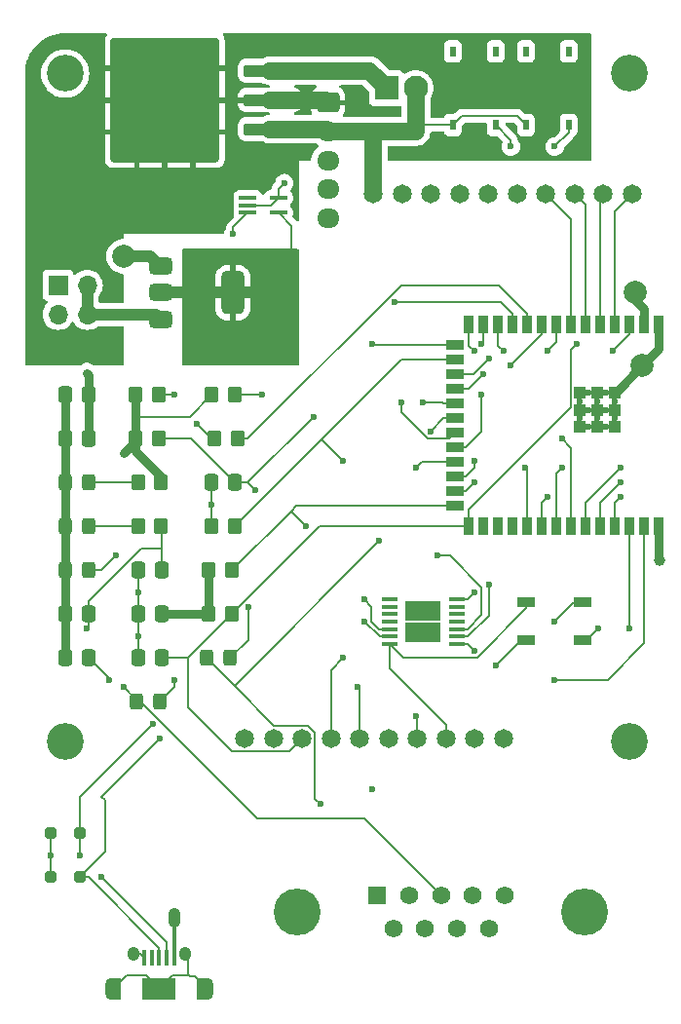
<source format=gtl>
%TF.GenerationSoftware,KiCad,Pcbnew,8.0.5*%
%TF.CreationDate,2024-11-16T16:01:40-06:00*%
%TF.ProjectId,ControllerPCB,436f6e74-726f-46c6-9c65-725043422e6b,rev?*%
%TF.SameCoordinates,Original*%
%TF.FileFunction,Copper,L1,Top*%
%TF.FilePolarity,Positive*%
%FSLAX46Y46*%
G04 Gerber Fmt 4.6, Leading zero omitted, Abs format (unit mm)*
G04 Created by KiCad (PCBNEW 8.0.5) date 2024-11-16 16:01:40*
%MOMM*%
%LPD*%
G01*
G04 APERTURE LIST*
G04 Aperture macros list*
%AMRoundRect*
0 Rectangle with rounded corners*
0 $1 Rounding radius*
0 $2 $3 $4 $5 $6 $7 $8 $9 X,Y pos of 4 corners*
0 Add a 4 corners polygon primitive as box body*
4,1,4,$2,$3,$4,$5,$6,$7,$8,$9,$2,$3,0*
0 Add four circle primitives for the rounded corners*
1,1,$1+$1,$2,$3*
1,1,$1+$1,$4,$5*
1,1,$1+$1,$6,$7*
1,1,$1+$1,$8,$9*
0 Add four rect primitives between the rounded corners*
20,1,$1+$1,$2,$3,$4,$5,0*
20,1,$1+$1,$4,$5,$6,$7,0*
20,1,$1+$1,$6,$7,$8,$9,0*
20,1,$1+$1,$8,$9,$2,$3,0*%
G04 Aperture macros list end*
%TA.AperFunction,SMDPad,CuDef*%
%ADD10R,1.500000X0.900000*%
%TD*%
%TA.AperFunction,SMDPad,CuDef*%
%ADD11R,0.400000X1.350000*%
%TD*%
%TA.AperFunction,ComponentPad*%
%ADD12O,1.000000X1.900000*%
%TD*%
%TA.AperFunction,SMDPad,CuDef*%
%ADD13R,0.875000X1.900000*%
%TD*%
%TA.AperFunction,ComponentPad*%
%ADD14O,1.050000X1.250000*%
%TD*%
%TA.AperFunction,SMDPad,CuDef*%
%ADD15R,2.900000X1.900000*%
%TD*%
%TA.AperFunction,SMDPad,CuDef*%
%ADD16R,0.558800X0.952500*%
%TD*%
%TA.AperFunction,SMDPad,CuDef*%
%ADD17RoundRect,0.250000X0.350000X0.450000X-0.350000X0.450000X-0.350000X-0.450000X0.350000X-0.450000X0*%
%TD*%
%TA.AperFunction,SMDPad,CuDef*%
%ADD18RoundRect,0.250000X-0.350000X-0.450000X0.350000X-0.450000X0.350000X0.450000X-0.350000X0.450000X0*%
%TD*%
%TA.AperFunction,SMDPad,CuDef*%
%ADD19RoundRect,0.250000X2.050000X0.300000X-2.050000X0.300000X-2.050000X-0.300000X2.050000X-0.300000X0*%
%TD*%
%TA.AperFunction,SMDPad,CuDef*%
%ADD20RoundRect,0.250000X2.025000X2.375000X-2.025000X2.375000X-2.025000X-2.375000X2.025000X-2.375000X0*%
%TD*%
%TA.AperFunction,SMDPad,CuDef*%
%ADD21RoundRect,0.250002X4.449998X5.149998X-4.449998X5.149998X-4.449998X-5.149998X4.449998X-5.149998X0*%
%TD*%
%TA.AperFunction,ComponentPad*%
%ADD22R,1.700000X1.700000*%
%TD*%
%TA.AperFunction,ComponentPad*%
%ADD23O,1.700000X1.700000*%
%TD*%
%TA.AperFunction,ComponentPad*%
%ADD24C,1.651000*%
%TD*%
%TA.AperFunction,SMDPad,CuDef*%
%ADD25RoundRect,0.250000X-0.325000X-0.450000X0.325000X-0.450000X0.325000X0.450000X-0.325000X0.450000X0*%
%TD*%
%TA.AperFunction,WasherPad*%
%ADD26C,3.200000*%
%TD*%
%TA.AperFunction,SMDPad,CuDef*%
%ADD27R,0.900000X1.500000*%
%TD*%
%TA.AperFunction,SMDPad,CuDef*%
%ADD28R,1.000000X1.000000*%
%TD*%
%TA.AperFunction,ComponentPad*%
%ADD29C,0.600000*%
%TD*%
%TA.AperFunction,ComponentPad*%
%ADD30C,4.066000*%
%TD*%
%TA.AperFunction,ComponentPad*%
%ADD31C,1.575000*%
%TD*%
%TA.AperFunction,ComponentPad*%
%ADD32R,1.575000X1.575000*%
%TD*%
%TA.AperFunction,SMDPad,CuDef*%
%ADD33RoundRect,0.250000X-0.337500X-0.475000X0.337500X-0.475000X0.337500X0.475000X-0.337500X0.475000X0*%
%TD*%
%TA.AperFunction,ComponentPad*%
%ADD34RoundRect,0.250000X-0.725000X0.600000X-0.725000X-0.600000X0.725000X-0.600000X0.725000X0.600000X0*%
%TD*%
%TA.AperFunction,ComponentPad*%
%ADD35O,1.950000X1.700000*%
%TD*%
%TA.AperFunction,SMDPad,CuDef*%
%ADD36RoundRect,0.375000X-0.625000X-0.375000X0.625000X-0.375000X0.625000X0.375000X-0.625000X0.375000X0*%
%TD*%
%TA.AperFunction,SMDPad,CuDef*%
%ADD37RoundRect,0.500000X-0.500000X-1.400000X0.500000X-1.400000X0.500000X1.400000X-0.500000X1.400000X0*%
%TD*%
%TA.AperFunction,ComponentPad*%
%ADD38R,2.100000X2.100000*%
%TD*%
%TA.AperFunction,ComponentPad*%
%ADD39C,2.100000*%
%TD*%
%TA.AperFunction,SMDPad,CuDef*%
%ADD40RoundRect,0.250000X-0.250000X-0.250000X0.250000X-0.250000X0.250000X0.250000X-0.250000X0.250000X0*%
%TD*%
%TA.AperFunction,SMDPad,CuDef*%
%ADD41R,1.500000X1.800000*%
%TD*%
%TA.AperFunction,SMDPad,CuDef*%
%ADD42R,1.450000X0.450000*%
%TD*%
%TA.AperFunction,SMDPad,CuDef*%
%ADD43RoundRect,0.250000X0.250000X0.250000X-0.250000X0.250000X-0.250000X-0.250000X0.250000X-0.250000X0*%
%TD*%
%TA.AperFunction,SMDPad,CuDef*%
%ADD44RoundRect,0.250000X0.337500X0.475000X-0.337500X0.475000X-0.337500X-0.475000X0.337500X-0.475000X0*%
%TD*%
%TA.AperFunction,SMDPad,CuDef*%
%ADD45RoundRect,0.100000X-0.650000X-0.100000X0.650000X-0.100000X0.650000X0.100000X-0.650000X0.100000X0*%
%TD*%
%TA.AperFunction,ViaPad*%
%ADD46C,0.600000*%
%TD*%
%TA.AperFunction,ViaPad*%
%ADD47C,1.000000*%
%TD*%
%TA.AperFunction,ViaPad*%
%ADD48C,2.000000*%
%TD*%
%TA.AperFunction,Conductor*%
%ADD49C,0.200000*%
%TD*%
%TA.AperFunction,Conductor*%
%ADD50C,1.000000*%
%TD*%
%TA.AperFunction,Conductor*%
%ADD51C,0.800000*%
%TD*%
%TA.AperFunction,Conductor*%
%ADD52C,0.300000*%
%TD*%
%TA.AperFunction,Conductor*%
%ADD53C,1.500000*%
%TD*%
G04 APERTURE END LIST*
D10*
X72336239Y-96291037D03*
X72336239Y-99591037D03*
X77236239Y-99591037D03*
X77236239Y-96291037D03*
D11*
X41701643Y-127167442D03*
X41051643Y-127167442D03*
X40401643Y-127167442D03*
X39751643Y-127167442D03*
X39101643Y-127167442D03*
D12*
X36226643Y-129842442D03*
D13*
X36664143Y-129842442D03*
D14*
X38176643Y-126842442D03*
D15*
X40401643Y-129842442D03*
D14*
X42626643Y-126842442D03*
D13*
X44139143Y-129842442D03*
D12*
X44576643Y-129842442D03*
D16*
X76005439Y-48404687D03*
X76005439Y-54767387D03*
X72297039Y-48404687D03*
X72297039Y-54767387D03*
D17*
X46708739Y-97306037D03*
X44708739Y-97306037D03*
X40358739Y-82066037D03*
X38358739Y-82066037D03*
D16*
X69655439Y-48404687D03*
X69655439Y-54767387D03*
X65947039Y-48404687D03*
X65947039Y-54767387D03*
D18*
X44978739Y-89686037D03*
X46978739Y-89686037D03*
D19*
X50051239Y-50081037D03*
D20*
X38476239Y-49846037D03*
X38476239Y-55396037D03*
D21*
X40901239Y-52621037D03*
D20*
X43326239Y-49846037D03*
X43326239Y-55396037D03*
D19*
X50051239Y-52621037D03*
X50051239Y-55161037D03*
D22*
X31626239Y-68711037D03*
D23*
X31626239Y-71251037D03*
X34166239Y-68711037D03*
X34166239Y-71251037D03*
D24*
X81531239Y-60773237D03*
X79031239Y-60773237D03*
X76531239Y-60773237D03*
X74031239Y-60773237D03*
X71531239Y-60773237D03*
X69031239Y-60773237D03*
X66531239Y-60773237D03*
X64031239Y-60773237D03*
X61531239Y-60773237D03*
X59031239Y-60773237D03*
D25*
X32241239Y-93496037D03*
X34291239Y-93496037D03*
D24*
X70341239Y-108101037D03*
X67841239Y-108101037D03*
X65341239Y-108101037D03*
X62841239Y-108101037D03*
X60341239Y-108101037D03*
X57841239Y-108101037D03*
X55341239Y-108101037D03*
X52841239Y-108101037D03*
X50341239Y-108101037D03*
X47841239Y-108101037D03*
D26*
X32241239Y-50316037D03*
D27*
X83845239Y-72147637D03*
X82575239Y-72147637D03*
X81305239Y-72147637D03*
X80035239Y-72147637D03*
X78765239Y-72147637D03*
X77495239Y-72147637D03*
X76225239Y-72147637D03*
X74955239Y-72147637D03*
X73685239Y-72147637D03*
X72415239Y-72147637D03*
X71145239Y-72147637D03*
X69875239Y-72147637D03*
X68605239Y-72147637D03*
X67335239Y-72147637D03*
D10*
X66085239Y-73912637D03*
X66085239Y-75182637D03*
X66085239Y-76452637D03*
X66085239Y-77722637D03*
X66085239Y-78992637D03*
X66085239Y-80262637D03*
X66085239Y-81532637D03*
X66085239Y-82802637D03*
X66085239Y-84072637D03*
X66085239Y-85342637D03*
X66085239Y-86612637D03*
X66085239Y-87882637D03*
D27*
X67335239Y-89647637D03*
X68605239Y-89647637D03*
X69875239Y-89647637D03*
X71145239Y-89647637D03*
X72415239Y-89647637D03*
X73685239Y-89647637D03*
X74955239Y-89647637D03*
X76225239Y-89647637D03*
X77495239Y-89647637D03*
X78765239Y-89647637D03*
X80035239Y-89647637D03*
X81305239Y-89647637D03*
X82575239Y-89647637D03*
X83845239Y-89647637D03*
D28*
X79995239Y-78037637D03*
D29*
X79245239Y-78037637D03*
D28*
X78495239Y-78037637D03*
D29*
X77745239Y-78037637D03*
D28*
X76995239Y-78037637D03*
D29*
X79995239Y-78787637D03*
X78495239Y-78787637D03*
X76995239Y-78787637D03*
D28*
X79995239Y-79537637D03*
D29*
X79245239Y-79537637D03*
D28*
X78495239Y-79537637D03*
D29*
X77745239Y-79537637D03*
D28*
X76995239Y-79537637D03*
D29*
X79995239Y-80287637D03*
X78495239Y-80287637D03*
X76995239Y-80287637D03*
D28*
X79995239Y-81037637D03*
D29*
X79245239Y-81037637D03*
D28*
X78495239Y-81037637D03*
D29*
X77745239Y-81037637D03*
D28*
X76995239Y-81037637D03*
D30*
X52421239Y-123191037D03*
X77411239Y-123191037D03*
D31*
X69071239Y-124611037D03*
X66301239Y-124611037D03*
X63531239Y-124611037D03*
X60761239Y-124611037D03*
X70456239Y-121771037D03*
X67686239Y-121771037D03*
X64916239Y-121771037D03*
X62146239Y-121771037D03*
D32*
X59376239Y-121771037D03*
D33*
X44941239Y-85876037D03*
X47016239Y-85876037D03*
X38591239Y-101116037D03*
X40666239Y-101116037D03*
D26*
X81241239Y-108316037D03*
D34*
X55101239Y-52856037D03*
D35*
X55101239Y-55356037D03*
X55101239Y-57856037D03*
X55101239Y-60356037D03*
X55101239Y-62856037D03*
D36*
X40521239Y-67066037D03*
X40521239Y-69366037D03*
D37*
X46821239Y-69366037D03*
D36*
X40521239Y-71666037D03*
D18*
X44708739Y-93496037D03*
X46708739Y-93496037D03*
D38*
X60181239Y-51586037D03*
D39*
X62721239Y-51586037D03*
D18*
X44957239Y-78256037D03*
X46957239Y-78256037D03*
D40*
X30991239Y-120166037D03*
X33491239Y-120166037D03*
D41*
X62606239Y-97041037D03*
X62606239Y-98841037D03*
X64106239Y-97041037D03*
X64106239Y-98841037D03*
D42*
X60406239Y-99891037D03*
X60406239Y-99241037D03*
X60406239Y-98591037D03*
X60406239Y-97941037D03*
X60406239Y-97291037D03*
X60406239Y-96641037D03*
X60406239Y-95991037D03*
X66306239Y-95991037D03*
X66306239Y-96641037D03*
X66306239Y-97291037D03*
X66306239Y-97941037D03*
X66306239Y-98591037D03*
X66306239Y-99241037D03*
X66306239Y-99891037D03*
D43*
X30991239Y-116356037D03*
X33491239Y-116356037D03*
D18*
X38358739Y-78256037D03*
X40358739Y-78256037D03*
D26*
X81241239Y-50316037D03*
D17*
X47211239Y-82066037D03*
X45211239Y-82066037D03*
D26*
X32241239Y-108316037D03*
D25*
X32241239Y-85876037D03*
X34291239Y-85876037D03*
D44*
X34316239Y-97306037D03*
X32241239Y-97306037D03*
D25*
X32241239Y-89686037D03*
X34291239Y-89686037D03*
D44*
X40666239Y-93496037D03*
X38591239Y-93496037D03*
X34316239Y-78256037D03*
X32241239Y-78256037D03*
D45*
X50776239Y-61111037D03*
X50776239Y-62411037D03*
X48116239Y-62411037D03*
X48116239Y-61761037D03*
X48116239Y-61111037D03*
D17*
X40591239Y-89686037D03*
X38591239Y-89686037D03*
X40591239Y-85876037D03*
X38591239Y-85876037D03*
D44*
X40666239Y-97306037D03*
X38591239Y-97306037D03*
X34316239Y-82066037D03*
X32241239Y-82066037D03*
X34316239Y-101116037D03*
X32241239Y-101116037D03*
D25*
X40496239Y-104926037D03*
X38446239Y-104926037D03*
X46601239Y-101116037D03*
X44551239Y-101116037D03*
D46*
X54466239Y-113816037D03*
X74151239Y-74446037D03*
X59546239Y-90956037D03*
X70976239Y-75716037D03*
X37321239Y-103656037D03*
X48151239Y-96712064D03*
X41766239Y-78256037D03*
X41766239Y-103021037D03*
X49386239Y-78256037D03*
X69706239Y-101751037D03*
X58276239Y-96036037D03*
X78596239Y-98576037D03*
X74786239Y-97941037D03*
X58276239Y-97941037D03*
X51291239Y-59841037D03*
X37321239Y-83336037D03*
X33511239Y-118261037D03*
X35416239Y-120166037D03*
X39861239Y-106831037D03*
X68431239Y-73811037D03*
X40496239Y-108101037D03*
X67801239Y-74446037D03*
X60851239Y-70179564D03*
X61451239Y-78891037D03*
D47*
X83859979Y-92623591D03*
D46*
X72246239Y-84606037D03*
X74786239Y-56666037D03*
X76691239Y-73811037D03*
X58911239Y-112546037D03*
X62721239Y-84606037D03*
X64626239Y-92226037D03*
X63991239Y-81431037D03*
X69071239Y-94766037D03*
X63356239Y-78891037D03*
X46846239Y-64286037D03*
X58911239Y-73811037D03*
X74786239Y-103021037D03*
X62721239Y-106196037D03*
X81305239Y-98576037D03*
X56371239Y-83971037D03*
X56371239Y-101116037D03*
X57641239Y-103656037D03*
X53196239Y-89686037D03*
X48751239Y-86511037D03*
X43671239Y-80796037D03*
X36686239Y-92226037D03*
X34146239Y-98576037D03*
X67801239Y-95401037D03*
X67801239Y-100481037D03*
X70976239Y-56666037D03*
D48*
X82406239Y-75716037D03*
X81771239Y-69366037D03*
D46*
X79866239Y-74446037D03*
X53831239Y-80161037D03*
X67801239Y-85876037D03*
X67801239Y-83971037D03*
X41766239Y-123341037D03*
D48*
X37321239Y-66191037D03*
X43671239Y-69366037D03*
X50021239Y-69366037D03*
D46*
X68436239Y-78256037D03*
X68543004Y-76457802D03*
X69071239Y-75081037D03*
X70341239Y-74446037D03*
X30991239Y-118261037D03*
X38591239Y-99211037D03*
X38591239Y-95401037D03*
X44978739Y-87781037D03*
X34146239Y-76351037D03*
X38358739Y-80161037D03*
X43036239Y-97306037D03*
X44708739Y-95401037D03*
X36051239Y-103021037D03*
X32241239Y-80161037D03*
X32241239Y-83971037D03*
X32241239Y-99211037D03*
X32241239Y-95401037D03*
X32241239Y-91591037D03*
X32241239Y-87781037D03*
X75421239Y-82066037D03*
X75421239Y-84606037D03*
X74151239Y-87146037D03*
X80501239Y-84606037D03*
X80501239Y-85876037D03*
X80501239Y-87146037D03*
D49*
X53966739Y-107634839D02*
X53966739Y-113316537D01*
X53966739Y-113316537D02*
X54466239Y-113816037D01*
X48964768Y-115086037D02*
X58231239Y-115086037D01*
X58231239Y-115086037D02*
X64916239Y-121771037D01*
X74955239Y-73642037D02*
X74955239Y-72147637D01*
X46968739Y-103533537D02*
X50410739Y-106975537D01*
X44551239Y-101116037D02*
X46968739Y-103533537D01*
X46968739Y-103533537D02*
X59546239Y-90956037D01*
X74151239Y-74446037D02*
X74955239Y-73642037D01*
X70976239Y-75716037D02*
X73685239Y-73007037D01*
X38446239Y-104781037D02*
X37321239Y-103656037D01*
X38446239Y-104926037D02*
X38446239Y-104781037D01*
X73685239Y-73007037D02*
X73685239Y-72147637D01*
X38446239Y-104926037D02*
X38804768Y-104926037D01*
X38804768Y-104926037D02*
X48964768Y-115086037D01*
X50410739Y-106975537D02*
X53307437Y-106975537D01*
X53307437Y-106975537D02*
X53966739Y-107634839D01*
X48151239Y-96712064D02*
X48151239Y-99566037D01*
X40358739Y-78256037D02*
X41766239Y-78256037D01*
X48151239Y-99566037D02*
X46601239Y-101116037D01*
X46957239Y-78256037D02*
X49386239Y-78256037D01*
X41766239Y-103021037D02*
X41766239Y-103656037D01*
X41766239Y-103656037D02*
X40496239Y-104926037D01*
X69706239Y-101751037D02*
X71866239Y-99591037D01*
X71866239Y-99591037D02*
X72336239Y-99591037D01*
X58876239Y-97961037D02*
X58876239Y-96636037D01*
X59506239Y-98591037D02*
X58876239Y-97961037D01*
X58876239Y-96636037D02*
X58276239Y-96036037D01*
X60406239Y-98591037D02*
X59506239Y-98591037D01*
X60406239Y-99241037D02*
X59576239Y-99241037D01*
X59576239Y-99241037D02*
X58276239Y-97941037D01*
X77581239Y-99591037D02*
X78596239Y-98576037D01*
X77236239Y-99591037D02*
X77581239Y-99591037D01*
X60406239Y-99891037D02*
X61596239Y-101081037D01*
X61596239Y-101081037D02*
X68049768Y-101081037D01*
X68049768Y-101081037D02*
X72336239Y-96794566D01*
X72336239Y-96794566D02*
X72336239Y-96291037D01*
X74786239Y-97941037D02*
X76436239Y-96291037D01*
X76436239Y-96291037D02*
X77236239Y-96291037D01*
X50776239Y-60356037D02*
X51291239Y-59841037D01*
X50776239Y-61111037D02*
X50776239Y-60356037D01*
X48116239Y-61761037D02*
X50126239Y-61761037D01*
X50126239Y-61761037D02*
X50776239Y-61111037D01*
X51926239Y-66191037D02*
X51926239Y-63561037D01*
X51926239Y-63561037D02*
X50776239Y-62411037D01*
X46846239Y-64286037D02*
X46846239Y-63681037D01*
X46846239Y-63681037D02*
X48116239Y-62411037D01*
D50*
X39226239Y-66191037D02*
X39646239Y-66191037D01*
X37321239Y-66191037D02*
X39226239Y-66191037D01*
D51*
X38358739Y-82298537D02*
X37321239Y-83336037D01*
X38358739Y-82066037D02*
X38358739Y-82298537D01*
X38358739Y-82066037D02*
X38358739Y-83103537D01*
X38358739Y-83103537D02*
X40591239Y-85336037D01*
X40591239Y-85336037D02*
X40591239Y-85876037D01*
D49*
X33511239Y-116376037D02*
X33491239Y-116356037D01*
X41051643Y-125801441D02*
X35416239Y-120166037D01*
X41051643Y-127167442D02*
X41051643Y-125801441D01*
X33511239Y-118261037D02*
X33511239Y-116376037D01*
X42939364Y-128690058D02*
X42939364Y-127155163D01*
X42939364Y-127155163D02*
X42909486Y-127125285D01*
X72297039Y-54767387D02*
X71520789Y-53991137D01*
X71520789Y-53991137D02*
X66723289Y-53991137D01*
X66723289Y-53991137D02*
X65947039Y-54767387D01*
X65947039Y-54767387D02*
X63309889Y-54767387D01*
X63309889Y-54767387D02*
X62721239Y-55356037D01*
X35699082Y-113463880D02*
X35416239Y-113181037D01*
X35699082Y-117958194D02*
X35699082Y-113463880D01*
X33491239Y-120166037D02*
X35699082Y-117958194D01*
X35416239Y-113181037D02*
X40496239Y-108101037D01*
X39861239Y-106831037D02*
X33491239Y-113201037D01*
X33491239Y-113201037D02*
X33491239Y-116356037D01*
X68605239Y-73637037D02*
X68431239Y-73811037D01*
X68605239Y-72147637D02*
X68605239Y-73637037D01*
X67335239Y-72147637D02*
X67335239Y-73980037D01*
X67335239Y-73980037D02*
X67801239Y-74446037D01*
X60851239Y-70179564D02*
X70127166Y-70179564D01*
X70127166Y-70179564D02*
X71145239Y-71197637D01*
X71145239Y-71197637D02*
X71145239Y-72147637D01*
X63742710Y-82031037D02*
X65586839Y-82031037D01*
X61451239Y-78891037D02*
X61451239Y-79739566D01*
X61451239Y-79739566D02*
X63742710Y-82031037D01*
X65586839Y-82031037D02*
X66085239Y-81532637D01*
D51*
X83845239Y-89647637D02*
X83845239Y-92608851D01*
D49*
X83845239Y-92608851D02*
X83859979Y-92623591D01*
X80035239Y-89647637D02*
X80035239Y-87612037D01*
X80035239Y-87612037D02*
X80501239Y-87146037D01*
X78765239Y-89647637D02*
X78765239Y-87612037D01*
X78765239Y-87612037D02*
X80501239Y-85876037D01*
X77495239Y-89647637D02*
X77495239Y-87612037D01*
X77495239Y-87612037D02*
X80501239Y-84606037D01*
X72415239Y-84775037D02*
X72246239Y-84606037D01*
X72415239Y-89647637D02*
X72415239Y-84775037D01*
X73685239Y-89647637D02*
X73685239Y-87612037D01*
X73685239Y-87612037D02*
X74151239Y-87146037D01*
X74955239Y-89647637D02*
X74955239Y-85072037D01*
X74955239Y-85072037D02*
X75421239Y-84606037D01*
X76225239Y-89647637D02*
X76195239Y-89617637D01*
X76195239Y-89617637D02*
X76195239Y-82840037D01*
X76195239Y-82840037D02*
X75421239Y-82066037D01*
X67335239Y-88186035D02*
X76195239Y-79326035D01*
X67335239Y-89647637D02*
X67335239Y-88186035D01*
X76195239Y-79326035D02*
X76195239Y-74307037D01*
X76195239Y-74307037D02*
X76691239Y-73811037D01*
X74786239Y-56666037D02*
X76005439Y-55446837D01*
X76005439Y-55446837D02*
X76005439Y-54767387D01*
X62721239Y-84606037D02*
X63254639Y-84072637D01*
X66306239Y-98591037D02*
X67231239Y-98591037D01*
X63254639Y-84072637D02*
X66085239Y-84072637D01*
X67231239Y-98591037D02*
X68436239Y-97386037D01*
X65682709Y-92226037D02*
X64626239Y-92226037D01*
X68436239Y-97386037D02*
X68436239Y-94979567D01*
X68436239Y-94979567D02*
X65682709Y-92226037D01*
X66085239Y-80262637D02*
X65135239Y-80262637D01*
X63991239Y-81406637D02*
X63991239Y-81431037D01*
X65135239Y-80262637D02*
X63991239Y-81406637D01*
X69071239Y-94766037D02*
X69071239Y-97401037D01*
X69071239Y-97401037D02*
X67231239Y-99241037D01*
X67231239Y-99241037D02*
X66306239Y-99241037D01*
X65033639Y-78891037D02*
X63356239Y-78891037D01*
X65135239Y-78992637D02*
X65033639Y-78891037D01*
X66085239Y-78992637D02*
X65135239Y-78992637D01*
X66085239Y-73912637D02*
X59012839Y-73912637D01*
X59012839Y-73912637D02*
X58911239Y-73811037D01*
X62841239Y-108101037D02*
X62841239Y-106316037D01*
X74786239Y-103021037D02*
X79400239Y-103021037D01*
X79400239Y-103021037D02*
X82575239Y-99846037D01*
X62841239Y-106316037D02*
X62721239Y-106196037D01*
X82575239Y-99846037D02*
X82575239Y-89647637D01*
X81305239Y-98576037D02*
X81305239Y-89647637D01*
X55341239Y-108101037D02*
X55341239Y-102146037D01*
X55341239Y-102146037D02*
X56371239Y-101116037D01*
X46978739Y-89686037D02*
X54532489Y-82132287D01*
X54532489Y-82132287D02*
X61482139Y-75182637D01*
X56371239Y-83971037D02*
X54532489Y-82132287D01*
X52322139Y-87882637D02*
X51857489Y-88347287D01*
X51857489Y-88347287D02*
X46708739Y-93496037D01*
X53196239Y-89686037D02*
X51857489Y-88347287D01*
X57841239Y-108101037D02*
X57841239Y-103856037D01*
X57841239Y-103856037D02*
X57641239Y-103656037D01*
X52841239Y-108101037D02*
X51715739Y-109226537D01*
X51715739Y-109226537D02*
X46701739Y-109226537D01*
X46701739Y-109226537D02*
X42898739Y-105423537D01*
X42898739Y-105423537D02*
X42898739Y-101116037D01*
X48116239Y-85876037D02*
X48751239Y-86511037D01*
X34291239Y-93496037D02*
X35416239Y-93496037D01*
X35416239Y-93496037D02*
X36686239Y-92226037D01*
X44941239Y-82066037D02*
X45211239Y-82066037D01*
X43671239Y-80796037D02*
X44941239Y-82066037D01*
X34316239Y-97306037D02*
X34316239Y-98406037D01*
X34316239Y-98406037D02*
X34146239Y-98576037D01*
X65341239Y-108101037D02*
X65341239Y-106911037D01*
X65341239Y-106911037D02*
X60406239Y-101976037D01*
X60406239Y-101976037D02*
X60406239Y-99891037D01*
X67211239Y-95991037D02*
X67801239Y-95401037D01*
X66306239Y-95991037D02*
X67211239Y-95991037D01*
X67211239Y-99891037D02*
X67801239Y-100481037D01*
X66306239Y-99891037D02*
X67211239Y-99891037D01*
X40358739Y-82066037D02*
X43206239Y-82066037D01*
X43206239Y-82066037D02*
X47016239Y-85876037D01*
X40666239Y-101116037D02*
X42898739Y-101116037D01*
X42898739Y-101116037D02*
X46708739Y-97306037D01*
X40666239Y-93496037D02*
X40666239Y-91591037D01*
X34316239Y-97306037D02*
X34316239Y-96173793D01*
X40666239Y-91591037D02*
X40666239Y-89761037D01*
X34316239Y-96173793D02*
X38898995Y-91591037D01*
X38898995Y-91591037D02*
X40666239Y-91591037D01*
X70976239Y-56666037D02*
X70976239Y-56088187D01*
X70976239Y-56088187D02*
X69655439Y-54767387D01*
X81771239Y-69366037D02*
X81771239Y-70001037D01*
D51*
X81771239Y-70001037D02*
X82575239Y-70805037D01*
X82575239Y-70805037D02*
X82575239Y-72147637D01*
X82406239Y-75716037D02*
X83845239Y-74277037D01*
X83845239Y-74277037D02*
X83845239Y-72147637D01*
D49*
X79995239Y-78037637D02*
X80084639Y-78037637D01*
D51*
X80084639Y-78037637D02*
X82406239Y-75716037D01*
D49*
X81305239Y-73007037D02*
X81305239Y-72147637D01*
X47016239Y-85876037D02*
X48116239Y-85876037D01*
X79866239Y-74446037D02*
X81305239Y-73007037D01*
X48116239Y-85876037D02*
X53831239Y-80161037D01*
X61482139Y-75182637D02*
X66085239Y-75182637D01*
X66085239Y-87882637D02*
X52322139Y-87882637D01*
X67335239Y-89647637D02*
X54367139Y-89647637D01*
X54367139Y-89647637D02*
X46708739Y-97306037D01*
X67064639Y-86612637D02*
X67801239Y-85876037D01*
X66085239Y-86612637D02*
X67064639Y-86612637D01*
X67801239Y-84576637D02*
X67801239Y-83971037D01*
X67035239Y-85342637D02*
X67801239Y-84576637D01*
X66085239Y-85342637D02*
X67035239Y-85342637D01*
X42301643Y-127167442D02*
X42626643Y-126842442D01*
X38176643Y-126842442D02*
X38776643Y-126842442D01*
X38776643Y-126842442D02*
X39101643Y-127167442D01*
X33491239Y-120166037D02*
X34275238Y-120166037D01*
X34275238Y-120166037D02*
X40401643Y-126292442D01*
X40401643Y-126292442D02*
X40401643Y-127167442D01*
X44576643Y-129842442D02*
X43487678Y-128753477D01*
X43487678Y-128753477D02*
X43134547Y-128753477D01*
X42939364Y-128690058D02*
X41554027Y-128690058D01*
X43134547Y-128753477D02*
X42939364Y-128690058D01*
X41554027Y-128690058D02*
X40401643Y-129842442D01*
X36226643Y-129842442D02*
X36703780Y-129842442D01*
X36703780Y-129842442D02*
X37001643Y-129544579D01*
X37001643Y-129544579D02*
X37001643Y-129271388D01*
X37001643Y-129271388D02*
X37582973Y-128690058D01*
X37582973Y-128690058D02*
X39249259Y-128690058D01*
X39249259Y-128690058D02*
X40401643Y-129842442D01*
D50*
X41766239Y-123341037D02*
X41766239Y-123976037D01*
X41766239Y-123976037D02*
X41701643Y-124040633D01*
D52*
X41701643Y-124040633D02*
X41701643Y-127167442D01*
D50*
X34166239Y-68711037D02*
X34166239Y-71251037D01*
X34166239Y-71251037D02*
X40106239Y-71251037D01*
D49*
X40106239Y-71251037D02*
X40521239Y-71666037D01*
D50*
X39646239Y-66191037D02*
X40521239Y-67066037D01*
X43671239Y-69366037D02*
X40521239Y-69366037D01*
X46821239Y-69366037D02*
X43671239Y-69366037D01*
X46821239Y-69366037D02*
X50021239Y-69366037D01*
D53*
X58911239Y-55356037D02*
X55101239Y-55356037D01*
X62721239Y-55356037D02*
X58911239Y-55356037D01*
X58911239Y-55356037D02*
X59031239Y-55476037D01*
X59031239Y-55476037D02*
X59031239Y-60773237D01*
D49*
X67035239Y-82802637D02*
X66085239Y-82802637D01*
X68436239Y-78256037D02*
X68436239Y-81401637D01*
X68436239Y-81401637D02*
X67035239Y-82802637D01*
X68543004Y-76457802D02*
X67278169Y-77722637D01*
X67278169Y-77722637D02*
X66085239Y-77722637D01*
X69071239Y-75081037D02*
X67699639Y-76452637D01*
X67699639Y-76452637D02*
X66085239Y-76452637D01*
X69875239Y-72147637D02*
X69875239Y-73980037D01*
X69875239Y-73980037D02*
X70341239Y-74446037D01*
X30991239Y-118261037D02*
X30991239Y-116356037D01*
X30991239Y-120166037D02*
X30991239Y-118261037D01*
X44957239Y-78256037D02*
X43052239Y-80161037D01*
X43052239Y-80161037D02*
X38358739Y-80161037D01*
X38591239Y-101116037D02*
X38591239Y-99211037D01*
X38591239Y-97306037D02*
X38591239Y-99211037D01*
X38591239Y-95401037D02*
X38591239Y-93496037D01*
X44978739Y-87781037D02*
X44978739Y-85913537D01*
X44978739Y-89686037D02*
X44978739Y-87781037D01*
X44978739Y-85913537D02*
X44941239Y-85876037D01*
X38591239Y-97306037D02*
X38591239Y-95401037D01*
X40666239Y-89761037D02*
X40591239Y-89686037D01*
X34291239Y-89686037D02*
X38591239Y-89686037D01*
X34291239Y-85876037D02*
X38591239Y-85876037D01*
D51*
X34316239Y-76521037D02*
X34146239Y-76351037D01*
X34316239Y-78256037D02*
X34316239Y-76521037D01*
X34316239Y-82066037D02*
X34316239Y-78256037D01*
D49*
X48116239Y-82066037D02*
X47211239Y-82066037D01*
D51*
X38358739Y-80161037D02*
X38358739Y-82066037D01*
X43036239Y-97306037D02*
X44708739Y-97306037D01*
X44708739Y-95401037D02*
X44708739Y-93496037D01*
D49*
X36051239Y-102851037D02*
X36051239Y-103021037D01*
X34316239Y-101116037D02*
X36051239Y-102851037D01*
D51*
X44708739Y-97306037D02*
X44708739Y-95401037D01*
X40666239Y-97306037D02*
X43036239Y-97306037D01*
X38358739Y-78256037D02*
X38358739Y-80161037D01*
X32241239Y-80161037D02*
X32241239Y-83971037D01*
X32241239Y-83971037D02*
X32241239Y-87781037D01*
X32241239Y-99211037D02*
X32241239Y-101116037D01*
X32241239Y-95401037D02*
X32241239Y-99211037D01*
X32241239Y-91591037D02*
X32241239Y-95401037D01*
X32241239Y-87781037D02*
X32241239Y-91591037D01*
X32241239Y-78256037D02*
X32241239Y-80161037D01*
D49*
X48116239Y-82066037D02*
X61451239Y-68731037D01*
X61451239Y-68731037D02*
X69948639Y-68731037D01*
X69948639Y-68731037D02*
X72415239Y-71197637D01*
X72415239Y-71197637D02*
X72415239Y-72147637D01*
X80035239Y-72147637D02*
X80035239Y-62269237D01*
X80035239Y-62269237D02*
X81531239Y-60773237D01*
X78765239Y-72147637D02*
X78765239Y-61039237D01*
X78765239Y-61039237D02*
X79031239Y-60773237D01*
X77495239Y-72147637D02*
X77495239Y-61737237D01*
X77495239Y-61737237D02*
X76531239Y-60773237D01*
X76225239Y-72147637D02*
X76225239Y-62967237D01*
X76225239Y-62967237D02*
X74031239Y-60773237D01*
D53*
X62721239Y-51586037D02*
X62721239Y-55356037D01*
X50051239Y-50081037D02*
X58676239Y-50081037D01*
X58676239Y-50081037D02*
X60181239Y-51586037D01*
X50051239Y-55161037D02*
X54906239Y-55161037D01*
X54906239Y-55161037D02*
X55101239Y-55356037D01*
X50051239Y-52621037D02*
X54866239Y-52621037D01*
X54866239Y-52621037D02*
X55101239Y-52856037D01*
%TA.AperFunction,Conductor*%
G36*
X52504278Y-65575722D02*
G01*
X52550033Y-65628526D01*
X52561239Y-65680037D01*
X52561239Y-75592037D01*
X52541554Y-75659076D01*
X52488750Y-75704831D01*
X52437239Y-75716037D01*
X42525239Y-75716037D01*
X42458200Y-75696352D01*
X42412445Y-75643548D01*
X42401239Y-75592037D01*
X42401239Y-70824037D01*
X45321239Y-70824037D01*
X45331847Y-70943362D01*
X45331848Y-70943365D01*
X45387796Y-71138898D01*
X45481960Y-71319166D01*
X45610485Y-71476790D01*
X45768109Y-71605315D01*
X45948377Y-71699479D01*
X46143910Y-71755427D01*
X46143913Y-71755428D01*
X46263238Y-71766036D01*
X46263241Y-71766037D01*
X46571239Y-71766037D01*
X47071239Y-71766037D01*
X47379237Y-71766037D01*
X47379239Y-71766036D01*
X47498564Y-71755428D01*
X47498567Y-71755427D01*
X47694100Y-71699479D01*
X47874368Y-71605315D01*
X48031992Y-71476790D01*
X48160517Y-71319166D01*
X48254681Y-71138898D01*
X48310629Y-70943365D01*
X48310630Y-70943362D01*
X48321238Y-70824037D01*
X48321239Y-70824035D01*
X48321239Y-69616037D01*
X47071239Y-69616037D01*
X47071239Y-71766037D01*
X46571239Y-71766037D01*
X46571239Y-69616037D01*
X45321239Y-69616037D01*
X45321239Y-70824037D01*
X42401239Y-70824037D01*
X42401239Y-67908036D01*
X45321239Y-67908036D01*
X45321239Y-69116037D01*
X46571239Y-69116037D01*
X47071239Y-69116037D01*
X48321239Y-69116037D01*
X48321239Y-67908039D01*
X48321238Y-67908036D01*
X48310630Y-67788711D01*
X48310629Y-67788708D01*
X48254681Y-67593175D01*
X48160517Y-67412907D01*
X48031992Y-67255283D01*
X47874368Y-67126758D01*
X47694100Y-67032594D01*
X47498567Y-66976646D01*
X47498564Y-66976645D01*
X47379239Y-66966037D01*
X47071239Y-66966037D01*
X47071239Y-69116037D01*
X46571239Y-69116037D01*
X46571239Y-66966037D01*
X46263238Y-66966037D01*
X46143913Y-66976645D01*
X46143910Y-66976646D01*
X45948377Y-67032594D01*
X45768109Y-67126758D01*
X45610485Y-67255283D01*
X45481960Y-67412907D01*
X45387796Y-67593175D01*
X45331848Y-67788708D01*
X45331847Y-67788711D01*
X45321239Y-67908036D01*
X42401239Y-67908036D01*
X42401239Y-65680037D01*
X42420924Y-65612998D01*
X42473728Y-65567243D01*
X42525239Y-65556037D01*
X52437239Y-65556037D01*
X52504278Y-65575722D01*
G37*
%TD.AperFunction*%
%TA.AperFunction,Conductor*%
G36*
X35818608Y-46836222D02*
G01*
X35864363Y-46889026D01*
X35874307Y-46958184D01*
X35857108Y-47005634D01*
X35766882Y-47151912D01*
X35766880Y-47151917D01*
X35711733Y-47318338D01*
X35711262Y-47321258D01*
X35711091Y-47324626D01*
X35701239Y-47421052D01*
X35701239Y-49596037D01*
X46101238Y-49596037D01*
X46101238Y-47880572D01*
X65167139Y-47880572D01*
X65167139Y-48928807D01*
X65167140Y-48928813D01*
X65173547Y-48988420D01*
X65223841Y-49123265D01*
X65223845Y-49123272D01*
X65310091Y-49238481D01*
X65310094Y-49238484D01*
X65425303Y-49324730D01*
X65425310Y-49324734D01*
X65468984Y-49341023D01*
X65560156Y-49375028D01*
X65619766Y-49381437D01*
X66274311Y-49381436D01*
X66333922Y-49375028D01*
X66468770Y-49324733D01*
X66583985Y-49238483D01*
X66670235Y-49123268D01*
X66720530Y-48988420D01*
X66726939Y-48928810D01*
X66726938Y-47880572D01*
X68875539Y-47880572D01*
X68875539Y-48928807D01*
X68875540Y-48928813D01*
X68881947Y-48988420D01*
X68932241Y-49123265D01*
X68932245Y-49123272D01*
X69018491Y-49238481D01*
X69018494Y-49238484D01*
X69133703Y-49324730D01*
X69133710Y-49324734D01*
X69177384Y-49341023D01*
X69268556Y-49375028D01*
X69328166Y-49381437D01*
X69982711Y-49381436D01*
X70042322Y-49375028D01*
X70177170Y-49324733D01*
X70292385Y-49238483D01*
X70378635Y-49123268D01*
X70428930Y-48988420D01*
X70435339Y-48928810D01*
X70435338Y-47880572D01*
X71517139Y-47880572D01*
X71517139Y-48928807D01*
X71517140Y-48928813D01*
X71523547Y-48988420D01*
X71573841Y-49123265D01*
X71573845Y-49123272D01*
X71660091Y-49238481D01*
X71660094Y-49238484D01*
X71775303Y-49324730D01*
X71775310Y-49324734D01*
X71818984Y-49341023D01*
X71910156Y-49375028D01*
X71969766Y-49381437D01*
X72624311Y-49381436D01*
X72683922Y-49375028D01*
X72818770Y-49324733D01*
X72933985Y-49238483D01*
X73020235Y-49123268D01*
X73070530Y-48988420D01*
X73076939Y-48928810D01*
X73076938Y-47880572D01*
X75225539Y-47880572D01*
X75225539Y-48928807D01*
X75225540Y-48928813D01*
X75231947Y-48988420D01*
X75282241Y-49123265D01*
X75282245Y-49123272D01*
X75368491Y-49238481D01*
X75368494Y-49238484D01*
X75483703Y-49324730D01*
X75483710Y-49324734D01*
X75527384Y-49341023D01*
X75618556Y-49375028D01*
X75678166Y-49381437D01*
X76332711Y-49381436D01*
X76392322Y-49375028D01*
X76527170Y-49324733D01*
X76642385Y-49238483D01*
X76728635Y-49123268D01*
X76778930Y-48988420D01*
X76785339Y-48928810D01*
X76785338Y-47880565D01*
X76778930Y-47820954D01*
X76728635Y-47686106D01*
X76728634Y-47686105D01*
X76728632Y-47686101D01*
X76642386Y-47570892D01*
X76642383Y-47570889D01*
X76527174Y-47484643D01*
X76527167Y-47484639D01*
X76392325Y-47434347D01*
X76392324Y-47434346D01*
X76392322Y-47434346D01*
X76332712Y-47427937D01*
X76332702Y-47427937D01*
X75678168Y-47427937D01*
X75678162Y-47427938D01*
X75618555Y-47434345D01*
X75483710Y-47484639D01*
X75483703Y-47484643D01*
X75368494Y-47570889D01*
X75368491Y-47570892D01*
X75282245Y-47686101D01*
X75282241Y-47686108D01*
X75231947Y-47820954D01*
X75225540Y-47880553D01*
X75225540Y-47880560D01*
X75225539Y-47880572D01*
X73076938Y-47880572D01*
X73076938Y-47880565D01*
X73070530Y-47820954D01*
X73020235Y-47686106D01*
X73020234Y-47686105D01*
X73020232Y-47686101D01*
X72933986Y-47570892D01*
X72933983Y-47570889D01*
X72818774Y-47484643D01*
X72818767Y-47484639D01*
X72683925Y-47434347D01*
X72683924Y-47434346D01*
X72683922Y-47434346D01*
X72624312Y-47427937D01*
X72624302Y-47427937D01*
X71969768Y-47427937D01*
X71969762Y-47427938D01*
X71910155Y-47434345D01*
X71775310Y-47484639D01*
X71775303Y-47484643D01*
X71660094Y-47570889D01*
X71660091Y-47570892D01*
X71573845Y-47686101D01*
X71573841Y-47686108D01*
X71523547Y-47820954D01*
X71517140Y-47880553D01*
X71517140Y-47880560D01*
X71517139Y-47880572D01*
X70435338Y-47880572D01*
X70435338Y-47880565D01*
X70428930Y-47820954D01*
X70378635Y-47686106D01*
X70378634Y-47686105D01*
X70378632Y-47686101D01*
X70292386Y-47570892D01*
X70292383Y-47570889D01*
X70177174Y-47484643D01*
X70177167Y-47484639D01*
X70042325Y-47434347D01*
X70042324Y-47434346D01*
X70042322Y-47434346D01*
X69982712Y-47427937D01*
X69982702Y-47427937D01*
X69328168Y-47427937D01*
X69328162Y-47427938D01*
X69268555Y-47434345D01*
X69133710Y-47484639D01*
X69133703Y-47484643D01*
X69018494Y-47570889D01*
X69018491Y-47570892D01*
X68932245Y-47686101D01*
X68932241Y-47686108D01*
X68881947Y-47820954D01*
X68875540Y-47880553D01*
X68875540Y-47880560D01*
X68875539Y-47880572D01*
X66726938Y-47880572D01*
X66726938Y-47880565D01*
X66720530Y-47820954D01*
X66670235Y-47686106D01*
X66670234Y-47686105D01*
X66670232Y-47686101D01*
X66583986Y-47570892D01*
X66583983Y-47570889D01*
X66468774Y-47484643D01*
X66468767Y-47484639D01*
X66333925Y-47434347D01*
X66333924Y-47434346D01*
X66333922Y-47434346D01*
X66274312Y-47427937D01*
X66274302Y-47427937D01*
X65619768Y-47427937D01*
X65619762Y-47427938D01*
X65560155Y-47434345D01*
X65425310Y-47484639D01*
X65425303Y-47484643D01*
X65310094Y-47570889D01*
X65310091Y-47570892D01*
X65223845Y-47686101D01*
X65223841Y-47686108D01*
X65173547Y-47820954D01*
X65167140Y-47880553D01*
X65167140Y-47880560D01*
X65167139Y-47880572D01*
X46101238Y-47880572D01*
X46101238Y-47421065D01*
X46101237Y-47421050D01*
X46090744Y-47318339D01*
X46035597Y-47151917D01*
X46035595Y-47151912D01*
X45945370Y-47005634D01*
X45926930Y-46938241D01*
X45947853Y-46871578D01*
X46001495Y-46826808D01*
X46050909Y-46816537D01*
X77837239Y-46816537D01*
X77904278Y-46836222D01*
X77950033Y-46889026D01*
X77961239Y-46940537D01*
X77961239Y-57812037D01*
X77941554Y-57879076D01*
X77888750Y-57924831D01*
X77837239Y-57936037D01*
X60405739Y-57936037D01*
X60338700Y-57916352D01*
X60292945Y-57863548D01*
X60281739Y-57812037D01*
X60281739Y-56730537D01*
X60301424Y-56663498D01*
X60354228Y-56617743D01*
X60405739Y-56606537D01*
X62819661Y-56606537D01*
X63014065Y-56575746D01*
X63201264Y-56514921D01*
X63376644Y-56425561D01*
X63535885Y-56309865D01*
X63675067Y-56170683D01*
X63790763Y-56011442D01*
X63880123Y-55836062D01*
X63940948Y-55648863D01*
X63951399Y-55582879D01*
X63968883Y-55472489D01*
X63998812Y-55409354D01*
X64058124Y-55372423D01*
X64091356Y-55367887D01*
X65093706Y-55367887D01*
X65160745Y-55387572D01*
X65206500Y-55440376D01*
X65209888Y-55448554D01*
X65223841Y-55485965D01*
X65223845Y-55485972D01*
X65310091Y-55601181D01*
X65310094Y-55601184D01*
X65425303Y-55687430D01*
X65425310Y-55687434D01*
X65470257Y-55704198D01*
X65560156Y-55737728D01*
X65619766Y-55744137D01*
X66274311Y-55744136D01*
X66333922Y-55737728D01*
X66468770Y-55687433D01*
X66583985Y-55601183D01*
X66670235Y-55485968D01*
X66720530Y-55351120D01*
X66726939Y-55291510D01*
X66726938Y-54888083D01*
X66746622Y-54821045D01*
X66763257Y-54800403D01*
X66935705Y-54627956D01*
X66997028Y-54594471D01*
X67023386Y-54591637D01*
X68751539Y-54591637D01*
X68818578Y-54611322D01*
X68864333Y-54664126D01*
X68875539Y-54715637D01*
X68875539Y-55291507D01*
X68875540Y-55291513D01*
X68881947Y-55351120D01*
X68932241Y-55485965D01*
X68932245Y-55485972D01*
X69018491Y-55601181D01*
X69018494Y-55601184D01*
X69133703Y-55687430D01*
X69133710Y-55687434D01*
X69178657Y-55704198D01*
X69268556Y-55737728D01*
X69328166Y-55744137D01*
X69731591Y-55744136D01*
X69798630Y-55763820D01*
X69819272Y-55780455D01*
X70222542Y-56183725D01*
X70256027Y-56245048D01*
X70251903Y-56312360D01*
X70190871Y-56486779D01*
X70190869Y-56486787D01*
X70170674Y-56666033D01*
X70170674Y-56666040D01*
X70190869Y-56845286D01*
X70190870Y-56845291D01*
X70250450Y-57015560D01*
X70333804Y-57148216D01*
X70346423Y-57168299D01*
X70473977Y-57295853D01*
X70626717Y-57391826D01*
X70796984Y-57451405D01*
X70796989Y-57451406D01*
X70976235Y-57471602D01*
X70976239Y-57471602D01*
X70976243Y-57471602D01*
X71155488Y-57451406D01*
X71155491Y-57451405D01*
X71155494Y-57451405D01*
X71325761Y-57391826D01*
X71478501Y-57295853D01*
X71606055Y-57168299D01*
X71702028Y-57015559D01*
X71761607Y-56845292D01*
X71761608Y-56845286D01*
X71781804Y-56666040D01*
X71781804Y-56666033D01*
X73980674Y-56666033D01*
X73980674Y-56666040D01*
X74000869Y-56845286D01*
X74000870Y-56845291D01*
X74060450Y-57015560D01*
X74143804Y-57148216D01*
X74156423Y-57168299D01*
X74283977Y-57295853D01*
X74436717Y-57391826D01*
X74606984Y-57451405D01*
X74606989Y-57451406D01*
X74786235Y-57471602D01*
X74786239Y-57471602D01*
X74786243Y-57471602D01*
X74965488Y-57451406D01*
X74965491Y-57451405D01*
X74965494Y-57451405D01*
X75135761Y-57391826D01*
X75288501Y-57295853D01*
X75416055Y-57168299D01*
X75512028Y-57015559D01*
X75571607Y-56845292D01*
X75581400Y-56758366D01*
X75608465Y-56693955D01*
X75616929Y-56684580D01*
X76363945Y-55937565D01*
X76363950Y-55937561D01*
X76374153Y-55927357D01*
X76374155Y-55927357D01*
X76485959Y-55815553D01*
X76538382Y-55724753D01*
X76565016Y-55678622D01*
X76565016Y-55678621D01*
X76569080Y-55671583D01*
X76570835Y-55672596D01*
X76603968Y-55629940D01*
X76642385Y-55601183D01*
X76728635Y-55485968D01*
X76778930Y-55351120D01*
X76785339Y-55291510D01*
X76785338Y-54243265D01*
X76778930Y-54183654D01*
X76776158Y-54176223D01*
X76728636Y-54048808D01*
X76728632Y-54048801D01*
X76642386Y-53933592D01*
X76642383Y-53933589D01*
X76527174Y-53847343D01*
X76527167Y-53847339D01*
X76392325Y-53797047D01*
X76392324Y-53797046D01*
X76392322Y-53797046D01*
X76332712Y-53790637D01*
X76332702Y-53790637D01*
X75678168Y-53790637D01*
X75678162Y-53790638D01*
X75618555Y-53797045D01*
X75483710Y-53847339D01*
X75483703Y-53847343D01*
X75368494Y-53933589D01*
X75368491Y-53933592D01*
X75282245Y-54048801D01*
X75282241Y-54048808D01*
X75231947Y-54183654D01*
X75225540Y-54243253D01*
X75225540Y-54243260D01*
X75225539Y-54243272D01*
X75225539Y-55291507D01*
X75225540Y-55291523D01*
X75227545Y-55310173D01*
X75215136Y-55378932D01*
X75191936Y-55411103D01*
X74767704Y-55835335D01*
X74706381Y-55868820D01*
X74693907Y-55870874D01*
X74606989Y-55880667D01*
X74436717Y-55940247D01*
X74283976Y-56036221D01*
X74156423Y-56163774D01*
X74060450Y-56316513D01*
X74000870Y-56486782D01*
X74000869Y-56486787D01*
X73980674Y-56666033D01*
X71781804Y-56666033D01*
X71761608Y-56486787D01*
X71761607Y-56486782D01*
X71702027Y-56316513D01*
X71646949Y-56228857D01*
X71606055Y-56163775D01*
X71606053Y-56163773D01*
X71606052Y-56163771D01*
X71603789Y-56160933D01*
X71602898Y-56158752D01*
X71602350Y-56157879D01*
X71602503Y-56157782D01*
X71577383Y-56096246D01*
X71576739Y-56083624D01*
X71576739Y-56009134D01*
X71576739Y-56009130D01*
X71576012Y-56006414D01*
X71535816Y-55856402D01*
X71523653Y-55835335D01*
X71491919Y-55780370D01*
X71491918Y-55780369D01*
X71483990Y-55766637D01*
X71467519Y-55698737D01*
X71470396Y-55690422D01*
X71405171Y-55666097D01*
X71391798Y-55654509D01*
X71340636Y-55603347D01*
X71340613Y-55603326D01*
X70540605Y-54803318D01*
X70507120Y-54741995D01*
X70512104Y-54672303D01*
X70553976Y-54616370D01*
X70619440Y-54591953D01*
X70628286Y-54591637D01*
X71220692Y-54591637D01*
X71287731Y-54611322D01*
X71308373Y-54627956D01*
X71480820Y-54800403D01*
X71514305Y-54861726D01*
X71517139Y-54888084D01*
X71517139Y-55291507D01*
X71517140Y-55291513D01*
X71523547Y-55351120D01*
X71573841Y-55485965D01*
X71573843Y-55485969D01*
X71578744Y-55492515D01*
X71603163Y-55557979D01*
X71597384Y-55584546D01*
X71614846Y-55582879D01*
X71665687Y-55605370D01*
X71763538Y-55678622D01*
X71775307Y-55687432D01*
X71775310Y-55687434D01*
X71820257Y-55704198D01*
X71910156Y-55737728D01*
X71969766Y-55744137D01*
X72624311Y-55744136D01*
X72683922Y-55737728D01*
X72818770Y-55687433D01*
X72933985Y-55601183D01*
X73020235Y-55485968D01*
X73070530Y-55351120D01*
X73076939Y-55291510D01*
X73076938Y-54243265D01*
X73070530Y-54183654D01*
X73067758Y-54176223D01*
X73020236Y-54048808D01*
X73020232Y-54048801D01*
X72933986Y-53933592D01*
X72933983Y-53933589D01*
X72818774Y-53847343D01*
X72818767Y-53847339D01*
X72683921Y-53797045D01*
X72683922Y-53797045D01*
X72624322Y-53790638D01*
X72624320Y-53790637D01*
X72624312Y-53790637D01*
X72624304Y-53790637D01*
X72220886Y-53790637D01*
X72153847Y-53770952D01*
X72133205Y-53754318D01*
X72008379Y-53629492D01*
X72008377Y-53629489D01*
X71889506Y-53510618D01*
X71889505Y-53510617D01*
X71802693Y-53460497D01*
X71802693Y-53460496D01*
X71802689Y-53460495D01*
X71752574Y-53431560D01*
X71599846Y-53390636D01*
X71441732Y-53390636D01*
X71434136Y-53390636D01*
X71434120Y-53390637D01*
X66802346Y-53390637D01*
X66644231Y-53390637D01*
X66491504Y-53431560D01*
X66491503Y-53431560D01*
X66491501Y-53431561D01*
X66491498Y-53431562D01*
X66441385Y-53460496D01*
X66441384Y-53460497D01*
X66397978Y-53485557D01*
X66354574Y-53510616D01*
X66354571Y-53510618D01*
X66259797Y-53605393D01*
X66242769Y-53622421D01*
X66242767Y-53622423D01*
X66174469Y-53690721D01*
X66110871Y-53754319D01*
X66049548Y-53787803D01*
X66023190Y-53790637D01*
X65619768Y-53790637D01*
X65619762Y-53790638D01*
X65560155Y-53797045D01*
X65425310Y-53847339D01*
X65425303Y-53847343D01*
X65310094Y-53933589D01*
X65310091Y-53933592D01*
X65223845Y-54048801D01*
X65223841Y-54048808D01*
X65209888Y-54086220D01*
X65168017Y-54142154D01*
X65102552Y-54166571D01*
X65093706Y-54166887D01*
X64095739Y-54166887D01*
X64028700Y-54147202D01*
X63982945Y-54094398D01*
X63971739Y-54042887D01*
X63971739Y-52547849D01*
X63990012Y-52483059D01*
X64107016Y-52292126D01*
X64200408Y-52066656D01*
X64200407Y-52066656D01*
X64200411Y-52066649D01*
X64257385Y-51829339D01*
X64276533Y-51586037D01*
X64257385Y-51342735D01*
X64200411Y-51105425D01*
X64184019Y-51065851D01*
X64107016Y-50879947D01*
X63979501Y-50671863D01*
X63979500Y-50671860D01*
X63861616Y-50533836D01*
X63820998Y-50486278D01*
X63698302Y-50381486D01*
X63635415Y-50327775D01*
X63635412Y-50327774D01*
X63427328Y-50200259D01*
X63201857Y-50106867D01*
X63201860Y-50106867D01*
X63096231Y-50081507D01*
X62964541Y-50049891D01*
X62964539Y-50049890D01*
X62964536Y-50049890D01*
X62721239Y-50030743D01*
X62477941Y-50049890D01*
X62477937Y-50049891D01*
X62301540Y-50092241D01*
X62240619Y-50106867D01*
X62015149Y-50200259D01*
X61830381Y-50313486D01*
X61762935Y-50331731D01*
X61696333Y-50310615D01*
X61666325Y-50282070D01*
X61588786Y-50178492D01*
X61588783Y-50178489D01*
X61473574Y-50092243D01*
X61473567Y-50092239D01*
X61338721Y-50041945D01*
X61338722Y-50041945D01*
X61279122Y-50035538D01*
X61279120Y-50035537D01*
X61279112Y-50035537D01*
X61279104Y-50035537D01*
X60450575Y-50035537D01*
X60383536Y-50015852D01*
X60362894Y-49999218D01*
X59490887Y-49127211D01*
X59490885Y-49127209D01*
X59331644Y-49011513D01*
X59331634Y-49011508D01*
X59156269Y-48922154D01*
X58969065Y-48861327D01*
X58774661Y-48830537D01*
X58774656Y-48830537D01*
X49952822Y-48830537D01*
X49952817Y-48830537D01*
X49758412Y-48861327D01*
X49571206Y-48922155D01*
X49395840Y-49011508D01*
X49394615Y-49012260D01*
X49394057Y-49012417D01*
X49391493Y-49013724D01*
X49391233Y-49013213D01*
X49329818Y-49030537D01*
X47951237Y-49030537D01*
X47951220Y-49030538D01*
X47848442Y-49041037D01*
X47848439Y-49041038D01*
X47681907Y-49096222D01*
X47681902Y-49096224D01*
X47532581Y-49188326D01*
X47408528Y-49312379D01*
X47316426Y-49461700D01*
X47316424Y-49461705D01*
X47288588Y-49545707D01*
X47261240Y-49628240D01*
X47261240Y-49628241D01*
X47261239Y-49628241D01*
X47250739Y-49731020D01*
X47250739Y-50431038D01*
X47250740Y-50431056D01*
X47261239Y-50533833D01*
X47261240Y-50533836D01*
X47306977Y-50671858D01*
X47316425Y-50700371D01*
X47408527Y-50849693D01*
X47532583Y-50973749D01*
X47681905Y-51065851D01*
X47848442Y-51121036D01*
X47951230Y-51131537D01*
X49329816Y-51131536D01*
X49391233Y-51148857D01*
X49391493Y-51148349D01*
X49394049Y-51149651D01*
X49394604Y-51149808D01*
X49395825Y-51150556D01*
X49395832Y-51150559D01*
X49395834Y-51150561D01*
X49471363Y-51189045D01*
X49571209Y-51239919D01*
X49571211Y-51239919D01*
X49571214Y-51239921D01*
X49758413Y-51300746D01*
X49872425Y-51318803D01*
X49908794Y-51324564D01*
X49971929Y-51354493D01*
X50008860Y-51413805D01*
X50007862Y-51483667D01*
X49969252Y-51541900D01*
X49905289Y-51570014D01*
X49889396Y-51571037D01*
X47951267Y-51571037D01*
X47951251Y-51571038D01*
X47848541Y-51581531D01*
X47682119Y-51636678D01*
X47682114Y-51636680D01*
X47532893Y-51728721D01*
X47408923Y-51852691D01*
X47316882Y-52001912D01*
X47316880Y-52001917D01*
X47261733Y-52168339D01*
X47261732Y-52168346D01*
X47251239Y-52271050D01*
X47251239Y-52371037D01*
X52851238Y-52371037D01*
X52851238Y-52271065D01*
X52851237Y-52271050D01*
X52840744Y-52168339D01*
X52785597Y-52001917D01*
X52785595Y-52001912D01*
X52693554Y-51852691D01*
X52569584Y-51728721D01*
X52420363Y-51636680D01*
X52420358Y-51636678D01*
X52253936Y-51581531D01*
X52253929Y-51581530D01*
X52228134Y-51578895D01*
X52163443Y-51552499D01*
X52123291Y-51495318D01*
X52120428Y-51425507D01*
X52155762Y-51365230D01*
X52218075Y-51333625D01*
X52240737Y-51331537D01*
X54013395Y-51331537D01*
X54080434Y-51351222D01*
X54126189Y-51404026D01*
X54136133Y-51473184D01*
X54107108Y-51536740D01*
X54062628Y-51566415D01*
X54063660Y-51568629D01*
X54057114Y-51571680D01*
X53907893Y-51663721D01*
X53783923Y-51787691D01*
X53691882Y-51936912D01*
X53691880Y-51936917D01*
X53636733Y-52103339D01*
X53636732Y-52103346D01*
X53626239Y-52206050D01*
X53626239Y-52606037D01*
X54697093Y-52606037D01*
X54658609Y-52672694D01*
X54626239Y-52793502D01*
X54626239Y-52918572D01*
X54658609Y-53039380D01*
X54697093Y-53106037D01*
X53626240Y-53106037D01*
X53626240Y-53506023D01*
X53636733Y-53608734D01*
X53682727Y-53747533D01*
X53685129Y-53817361D01*
X53649397Y-53877403D01*
X53586877Y-53908596D01*
X53565021Y-53910537D01*
X52240733Y-53910537D01*
X52173694Y-53890852D01*
X52127939Y-53838048D01*
X52117995Y-53768890D01*
X52147020Y-53705334D01*
X52205798Y-53667560D01*
X52228131Y-53663179D01*
X52253936Y-53660542D01*
X52420358Y-53605395D01*
X52420363Y-53605393D01*
X52569584Y-53513352D01*
X52693554Y-53389382D01*
X52785595Y-53240161D01*
X52785597Y-53240156D01*
X52840744Y-53073734D01*
X52840745Y-53073727D01*
X52851238Y-52971023D01*
X52851239Y-52971010D01*
X52851239Y-52871037D01*
X47251240Y-52871037D01*
X47251240Y-52971023D01*
X47261733Y-53073734D01*
X47316880Y-53240156D01*
X47316882Y-53240161D01*
X47408923Y-53389382D01*
X47532893Y-53513352D01*
X47682114Y-53605393D01*
X47682119Y-53605395D01*
X47848541Y-53660542D01*
X47848548Y-53660543D01*
X47951258Y-53671036D01*
X49889396Y-53671036D01*
X49956435Y-53690721D01*
X50002190Y-53743524D01*
X50012134Y-53812683D01*
X49983109Y-53876239D01*
X49924331Y-53914013D01*
X49908795Y-53917509D01*
X49758411Y-53941328D01*
X49571206Y-54002155D01*
X49395840Y-54091508D01*
X49394615Y-54092260D01*
X49394057Y-54092417D01*
X49391493Y-54093724D01*
X49391233Y-54093213D01*
X49329818Y-54110537D01*
X47951237Y-54110537D01*
X47951220Y-54110538D01*
X47848442Y-54121037D01*
X47848439Y-54121038D01*
X47681907Y-54176222D01*
X47681902Y-54176224D01*
X47532581Y-54268326D01*
X47408528Y-54392379D01*
X47316426Y-54541700D01*
X47316424Y-54541705D01*
X47291683Y-54616370D01*
X47261240Y-54708240D01*
X47261240Y-54708241D01*
X47261239Y-54708241D01*
X47250739Y-54811020D01*
X47250739Y-55511038D01*
X47250740Y-55511056D01*
X47261239Y-55613833D01*
X47261240Y-55613836D01*
X47311874Y-55766637D01*
X47316425Y-55780371D01*
X47408527Y-55929693D01*
X47532583Y-56053749D01*
X47681905Y-56145851D01*
X47848442Y-56201036D01*
X47951230Y-56211537D01*
X49329816Y-56211536D01*
X49391233Y-56228857D01*
X49391493Y-56228349D01*
X49394049Y-56229651D01*
X49394604Y-56229808D01*
X49395825Y-56230556D01*
X49395832Y-56230559D01*
X49395834Y-56230561D01*
X49424267Y-56245048D01*
X49571209Y-56319919D01*
X49571211Y-56319919D01*
X49571214Y-56319921D01*
X49671556Y-56352524D01*
X49758412Y-56380746D01*
X49952817Y-56411537D01*
X49952822Y-56411537D01*
X54091112Y-56411537D01*
X54158151Y-56431222D01*
X54163985Y-56435209D01*
X54261034Y-56505719D01*
X54303698Y-56561047D01*
X54309677Y-56630660D01*
X54277072Y-56692456D01*
X54261032Y-56706354D01*
X54096453Y-56825927D01*
X54096448Y-56825931D01*
X53946129Y-56976250D01*
X53821190Y-57148216D01*
X53724683Y-57337622D01*
X53658992Y-57539797D01*
X53625739Y-57749750D01*
X53625739Y-57812037D01*
X53606054Y-57879076D01*
X53553250Y-57924831D01*
X53501739Y-57936037D01*
X52561239Y-57936037D01*
X52561239Y-63047439D01*
X52541554Y-63114478D01*
X52488750Y-63160233D01*
X52419592Y-63170177D01*
X52356036Y-63141152D01*
X52349558Y-63135120D01*
X52032072Y-62817634D01*
X51998587Y-62756311D01*
X52003571Y-62686619D01*
X52005154Y-62682593D01*
X52011283Y-62667799D01*
X52026739Y-62550398D01*
X52026738Y-62271677D01*
X52026738Y-62271675D01*
X52026738Y-62271673D01*
X52011285Y-62154283D01*
X52011283Y-62154276D01*
X52011283Y-62154275D01*
X51950775Y-62008196D01*
X51854521Y-61882755D01*
X51824099Y-61859411D01*
X51782897Y-61802986D01*
X51778742Y-61733240D01*
X51812953Y-61672319D01*
X51824090Y-61662668D01*
X51854521Y-61639319D01*
X51950775Y-61513878D01*
X52011283Y-61367799D01*
X52026739Y-61250398D01*
X52026738Y-60971677D01*
X52026738Y-60971675D01*
X52026738Y-60971673D01*
X52011285Y-60854283D01*
X52011283Y-60854276D01*
X52011283Y-60854275D01*
X51950775Y-60708196D01*
X51854521Y-60582755D01*
X51854518Y-60582753D01*
X51849573Y-60576308D01*
X51850969Y-60575236D01*
X51822256Y-60522652D01*
X51827240Y-60452960D01*
X51855741Y-60408613D01*
X51861466Y-60402888D01*
X51921055Y-60343299D01*
X52017028Y-60190559D01*
X52076607Y-60020292D01*
X52080322Y-59987319D01*
X52096804Y-59841040D01*
X52096804Y-59841033D01*
X52076608Y-59661787D01*
X52076607Y-59661782D01*
X52017027Y-59491513D01*
X51921054Y-59338774D01*
X51793501Y-59211221D01*
X51640762Y-59115248D01*
X51470493Y-59055668D01*
X51470488Y-59055667D01*
X51291243Y-59035472D01*
X51291235Y-59035472D01*
X51111989Y-59055667D01*
X51111984Y-59055668D01*
X50941715Y-59115248D01*
X50788976Y-59211221D01*
X50661423Y-59338774D01*
X50565449Y-59491515D01*
X50505869Y-59661787D01*
X50496076Y-59748705D01*
X50469009Y-59813119D01*
X50460538Y-59822501D01*
X50407526Y-59875514D01*
X50407525Y-59875515D01*
X50295720Y-59987319D01*
X50295718Y-59987321D01*
X50276687Y-60020286D01*
X50265424Y-60039794D01*
X50216662Y-60124252D01*
X50175738Y-60276980D01*
X50175738Y-60276982D01*
X50175738Y-60290094D01*
X50156053Y-60357133D01*
X50103249Y-60402888D01*
X50067922Y-60413033D01*
X49969485Y-60425991D01*
X49969476Y-60425993D01*
X49823399Y-60486500D01*
X49697957Y-60582755D01*
X49601702Y-60708197D01*
X49560800Y-60806945D01*
X49516959Y-60861348D01*
X49450665Y-60883413D01*
X49382966Y-60866134D01*
X49335355Y-60814997D01*
X49331678Y-60806945D01*
X49290775Y-60708197D01*
X49290775Y-60708196D01*
X49194521Y-60582755D01*
X49069080Y-60486501D01*
X49031302Y-60470853D01*
X48923001Y-60425993D01*
X48922999Y-60425992D01*
X48805609Y-60410538D01*
X48805606Y-60410537D01*
X48805600Y-60410537D01*
X48805593Y-60410537D01*
X47426875Y-60410537D01*
X47309485Y-60425990D01*
X47309476Y-60425993D01*
X47163399Y-60486500D01*
X47037957Y-60582755D01*
X46941702Y-60708197D01*
X46881195Y-60854274D01*
X46881194Y-60854276D01*
X46865739Y-60971675D01*
X46865739Y-61250400D01*
X46881192Y-61367790D01*
X46881196Y-61367802D01*
X46889805Y-61388587D01*
X46897272Y-61458056D01*
X46889805Y-61483487D01*
X46881196Y-61504271D01*
X46881194Y-61504276D01*
X46865739Y-61621675D01*
X46865739Y-61900400D01*
X46881192Y-62017790D01*
X46881196Y-62017802D01*
X46889805Y-62038587D01*
X46897272Y-62108056D01*
X46889805Y-62133487D01*
X46881196Y-62154271D01*
X46881194Y-62154276D01*
X46865739Y-62271675D01*
X46865739Y-62550400D01*
X46881192Y-62667790D01*
X46881196Y-62667802D01*
X46887284Y-62682499D01*
X46894754Y-62751968D01*
X46863480Y-62814448D01*
X46860405Y-62817634D01*
X46477525Y-63200515D01*
X46365720Y-63312319D01*
X46365714Y-63312327D01*
X46329850Y-63374447D01*
X46329850Y-63374448D01*
X46286663Y-63449248D01*
X46286662Y-63449249D01*
X46277892Y-63481980D01*
X46245738Y-63601980D01*
X46245738Y-63601982D01*
X46245738Y-63703626D01*
X46226053Y-63770665D01*
X46218684Y-63780940D01*
X46216423Y-63783774D01*
X46120450Y-63936513D01*
X46060870Y-64106782D01*
X46060869Y-64106786D01*
X46053081Y-64175920D01*
X46026015Y-64240334D01*
X45968421Y-64279889D01*
X45929861Y-64286037D01*
X37321239Y-64286037D01*
X37321239Y-64566537D01*
X37301554Y-64633576D01*
X37248750Y-64679331D01*
X37201964Y-64689508D01*
X37202015Y-64690113D01*
X37197448Y-64690491D01*
X37197239Y-64690537D01*
X37196904Y-64690537D01*
X36951622Y-64731466D01*
X36716436Y-64812206D01*
X36716427Y-64812209D01*
X36497732Y-64930561D01*
X36301496Y-65083298D01*
X36133072Y-65266254D01*
X35997065Y-65474430D01*
X35897175Y-65702155D01*
X35836131Y-65943212D01*
X35836129Y-65943224D01*
X35815596Y-66191031D01*
X35815596Y-66191042D01*
X35836129Y-66438849D01*
X35836131Y-66438861D01*
X35897175Y-66679918D01*
X35997065Y-66907643D01*
X36133072Y-67115819D01*
X36133075Y-67115822D01*
X36301495Y-67298775D01*
X36497730Y-67451511D01*
X36497732Y-67451512D01*
X36655703Y-67537002D01*
X36716429Y-67569865D01*
X36951625Y-67650608D01*
X37196904Y-67691537D01*
X37197239Y-67691537D01*
X37197373Y-67691576D01*
X37202015Y-67691961D01*
X37201935Y-67692916D01*
X37264278Y-67711222D01*
X37310033Y-67764026D01*
X37321239Y-67815537D01*
X37321239Y-70126537D01*
X37301554Y-70193576D01*
X37248750Y-70239331D01*
X37197239Y-70250537D01*
X35290739Y-70250537D01*
X35223700Y-70230852D01*
X35177945Y-70178048D01*
X35166739Y-70126537D01*
X35166739Y-69671795D01*
X35186424Y-69604756D01*
X35203058Y-69584114D01*
X35204734Y-69582438D01*
X35340274Y-69388867D01*
X35440142Y-69174700D01*
X35501302Y-68946445D01*
X35521898Y-68711037D01*
X35501302Y-68475629D01*
X35440142Y-68247374D01*
X35340274Y-68033208D01*
X35257738Y-67915333D01*
X35204733Y-67839634D01*
X35037641Y-67672543D01*
X35037634Y-67672538D01*
X34844073Y-67537004D01*
X34844069Y-67537002D01*
X34844067Y-67537001D01*
X34629902Y-67437134D01*
X34629898Y-67437133D01*
X34629894Y-67437131D01*
X34401652Y-67375975D01*
X34401642Y-67375973D01*
X34166240Y-67355378D01*
X34166238Y-67355378D01*
X33930835Y-67375973D01*
X33930825Y-67375975D01*
X33702583Y-67437131D01*
X33702574Y-67437135D01*
X33488410Y-67537001D01*
X33488408Y-67537002D01*
X33294839Y-67672540D01*
X33172912Y-67794467D01*
X33111589Y-67827951D01*
X33041897Y-67822967D01*
X32985964Y-67781095D01*
X32969049Y-67750118D01*
X32920036Y-67618708D01*
X32920032Y-67618701D01*
X32833786Y-67503492D01*
X32833783Y-67503489D01*
X32718574Y-67417243D01*
X32718567Y-67417239D01*
X32583721Y-67366945D01*
X32583722Y-67366945D01*
X32524122Y-67360538D01*
X32524120Y-67360537D01*
X32524112Y-67360537D01*
X32524103Y-67360537D01*
X30728368Y-67360537D01*
X30728362Y-67360538D01*
X30668755Y-67366945D01*
X30533910Y-67417239D01*
X30533903Y-67417243D01*
X30418694Y-67503489D01*
X30418691Y-67503492D01*
X30332445Y-67618701D01*
X30332441Y-67618708D01*
X30282147Y-67753554D01*
X30275740Y-67813153D01*
X30275739Y-67813172D01*
X30275739Y-69608907D01*
X30275740Y-69608913D01*
X30282147Y-69668520D01*
X30332441Y-69803365D01*
X30332445Y-69803372D01*
X30418691Y-69918581D01*
X30418694Y-69918584D01*
X30533903Y-70004830D01*
X30533910Y-70004834D01*
X30665320Y-70053847D01*
X30721254Y-70095718D01*
X30745671Y-70161182D01*
X30730819Y-70229455D01*
X30709669Y-70257710D01*
X30587742Y-70379637D01*
X30452204Y-70573206D01*
X30452203Y-70573208D01*
X30352337Y-70787372D01*
X30352333Y-70787381D01*
X30291177Y-71015623D01*
X30291175Y-71015633D01*
X30270580Y-71251036D01*
X30270580Y-71251037D01*
X30291175Y-71486440D01*
X30291177Y-71486450D01*
X30352333Y-71714692D01*
X30352335Y-71714696D01*
X30352336Y-71714700D01*
X30356239Y-71723069D01*
X30452204Y-71928867D01*
X30452206Y-71928871D01*
X30560520Y-72083558D01*
X30587744Y-72122438D01*
X30754838Y-72289532D01*
X30833669Y-72344730D01*
X30948404Y-72425069D01*
X30948406Y-72425070D01*
X30948409Y-72425072D01*
X31162576Y-72524940D01*
X31390831Y-72586100D01*
X31579157Y-72602576D01*
X31626238Y-72606696D01*
X31626239Y-72606696D01*
X31626240Y-72606696D01*
X31665473Y-72603263D01*
X31861647Y-72586100D01*
X32089902Y-72524940D01*
X32304069Y-72425072D01*
X32497640Y-72289532D01*
X32664734Y-72122438D01*
X32794664Y-71936879D01*
X32849241Y-71893254D01*
X32918739Y-71886060D01*
X32981094Y-71917583D01*
X32997814Y-71936879D01*
X33127739Y-72122432D01*
X33127744Y-72122438D01*
X33294838Y-72289532D01*
X33373669Y-72344730D01*
X33488404Y-72425069D01*
X33488406Y-72425070D01*
X33488409Y-72425072D01*
X33702576Y-72524940D01*
X33930831Y-72586100D01*
X34119157Y-72602576D01*
X34166238Y-72606696D01*
X34166239Y-72606696D01*
X34166240Y-72606696D01*
X34205473Y-72603263D01*
X34401647Y-72586100D01*
X34629902Y-72524940D01*
X34844069Y-72425072D01*
X35037640Y-72289532D01*
X35039316Y-72287856D01*
X35040234Y-72287354D01*
X35041783Y-72286055D01*
X35042044Y-72286366D01*
X35100639Y-72254371D01*
X35126997Y-72251537D01*
X37197239Y-72251537D01*
X37264278Y-72271222D01*
X37310033Y-72324026D01*
X37321239Y-72375537D01*
X37321239Y-75592037D01*
X37301554Y-75659076D01*
X37248750Y-75704831D01*
X37197239Y-75716037D01*
X34836102Y-75716037D01*
X34769063Y-75696352D01*
X34748421Y-75679718D01*
X34720280Y-75651577D01*
X34720273Y-75651571D01*
X34572787Y-75553025D01*
X34408905Y-75485142D01*
X34408897Y-75485140D01*
X34234935Y-75450537D01*
X34234931Y-75450537D01*
X34057547Y-75450537D01*
X34057542Y-75450537D01*
X33883580Y-75485140D01*
X33883572Y-75485142D01*
X33719690Y-75553025D01*
X33572204Y-75651571D01*
X33572197Y-75651577D01*
X33544057Y-75679718D01*
X33482734Y-75713203D01*
X33456376Y-75716037D01*
X28865739Y-75716037D01*
X28798700Y-75696352D01*
X28752945Y-75643548D01*
X28741739Y-75592037D01*
X28741739Y-57821023D01*
X35701240Y-57821023D01*
X35711733Y-57923734D01*
X35766880Y-58090156D01*
X35766882Y-58090161D01*
X35858923Y-58239382D01*
X35982893Y-58363352D01*
X36132114Y-58455393D01*
X36132119Y-58455395D01*
X36298541Y-58510542D01*
X36298549Y-58510543D01*
X36383193Y-58519191D01*
X36390502Y-58521036D01*
X36394934Y-58521036D01*
X36407549Y-58521679D01*
X36414701Y-58522410D01*
X36422659Y-58521036D01*
X38226238Y-58521036D01*
X38726239Y-58521036D01*
X40651239Y-58521036D01*
X41151239Y-58521036D01*
X43076238Y-58521036D01*
X43576239Y-58521036D01*
X45401211Y-58521036D01*
X45401225Y-58521035D01*
X45503936Y-58510542D01*
X45670358Y-58455395D01*
X45670363Y-58455393D01*
X45819584Y-58363352D01*
X45943554Y-58239382D01*
X46035595Y-58090161D01*
X46035597Y-58090156D01*
X46090744Y-57923734D01*
X46090745Y-57923727D01*
X46101238Y-57821023D01*
X46101239Y-57821010D01*
X46101239Y-55646037D01*
X43576239Y-55646037D01*
X43576239Y-58521036D01*
X43076238Y-58521036D01*
X43076239Y-58521035D01*
X43076239Y-55646037D01*
X41151239Y-55646037D01*
X41151239Y-58521036D01*
X40651239Y-58521036D01*
X40651239Y-55646037D01*
X38726239Y-55646037D01*
X38726239Y-58521036D01*
X38226238Y-58521036D01*
X38226239Y-58521035D01*
X38226239Y-55646037D01*
X35701240Y-55646037D01*
X35701240Y-57821023D01*
X28741739Y-57821023D01*
X28741739Y-55146037D01*
X35701239Y-55146037D01*
X38226239Y-55146037D01*
X38726239Y-55146037D01*
X40651239Y-55146037D01*
X41151239Y-55146037D01*
X43076239Y-55146037D01*
X43576239Y-55146037D01*
X46101238Y-55146037D01*
X46101238Y-52871037D01*
X43576239Y-52871037D01*
X43576239Y-55146037D01*
X43076239Y-55146037D01*
X43076239Y-52871037D01*
X41151239Y-52871037D01*
X41151239Y-55146037D01*
X40651239Y-55146037D01*
X40651239Y-52871037D01*
X38726239Y-52871037D01*
X38726239Y-55146037D01*
X38226239Y-55146037D01*
X38226239Y-52871037D01*
X35701239Y-52871037D01*
X35701239Y-55146037D01*
X28741739Y-55146037D01*
X28741739Y-50319088D01*
X28741814Y-50316037D01*
X30135831Y-50316037D01*
X30155440Y-50602717D01*
X30213905Y-50884071D01*
X30213906Y-50884074D01*
X30310133Y-51154830D01*
X30310132Y-51154830D01*
X30442337Y-51409972D01*
X30608051Y-51644737D01*
X30686488Y-51728721D01*
X30804186Y-51854745D01*
X31027092Y-52036092D01*
X31244573Y-52168346D01*
X31272621Y-52185402D01*
X31459476Y-52266563D01*
X31536181Y-52299881D01*
X31812881Y-52377408D01*
X32063159Y-52411808D01*
X32097560Y-52416537D01*
X32097561Y-52416537D01*
X32384918Y-52416537D01*
X32415609Y-52412318D01*
X32669597Y-52377408D01*
X32692336Y-52371037D01*
X35701239Y-52371037D01*
X38226239Y-52371037D01*
X38726239Y-52371037D01*
X43076239Y-52371037D01*
X43576239Y-52371037D01*
X46101238Y-52371037D01*
X46101238Y-52277150D01*
X46101239Y-52277129D01*
X46101239Y-50096037D01*
X43576239Y-50096037D01*
X43576239Y-52371037D01*
X43076239Y-52371037D01*
X43076239Y-50096037D01*
X38726239Y-50096037D01*
X38726239Y-52371037D01*
X38226239Y-52371037D01*
X38226239Y-50096037D01*
X35701239Y-50096037D01*
X35701239Y-52371037D01*
X32692336Y-52371037D01*
X32946297Y-52299881D01*
X33162284Y-52206065D01*
X33209856Y-52185402D01*
X33209859Y-52185400D01*
X33209864Y-52185398D01*
X33455386Y-52036092D01*
X33678292Y-51854745D01*
X33874428Y-51644735D01*
X34040140Y-51409973D01*
X34172343Y-51154834D01*
X34268573Y-50884069D01*
X34327037Y-50602723D01*
X34346647Y-50316037D01*
X34327037Y-50029351D01*
X34268573Y-49748005D01*
X34226008Y-49628240D01*
X34172344Y-49477243D01*
X34172345Y-49477243D01*
X34040140Y-49222101D01*
X33874426Y-48987336D01*
X33795793Y-48903142D01*
X33678292Y-48777329D01*
X33455386Y-48595982D01*
X33455385Y-48595981D01*
X33209856Y-48446671D01*
X32946302Y-48332195D01*
X32946300Y-48332194D01*
X32946297Y-48332193D01*
X32816817Y-48295914D01*
X32669603Y-48254667D01*
X32669598Y-48254666D01*
X32669597Y-48254666D01*
X32527257Y-48235101D01*
X32384918Y-48215537D01*
X32384917Y-48215537D01*
X32097561Y-48215537D01*
X32097560Y-48215537D01*
X31812881Y-48254666D01*
X31812874Y-48254667D01*
X31605100Y-48312882D01*
X31536181Y-48332193D01*
X31536178Y-48332193D01*
X31536175Y-48332195D01*
X31536174Y-48332195D01*
X31272621Y-48446671D01*
X31027092Y-48595981D01*
X30804189Y-48777326D01*
X30608051Y-48987336D01*
X30442337Y-49222101D01*
X30310133Y-49477243D01*
X30213906Y-49747999D01*
X30213905Y-49748002D01*
X30155440Y-50029356D01*
X30135831Y-50316037D01*
X28741814Y-50316037D01*
X28741888Y-50313004D01*
X28755519Y-50035537D01*
X28758291Y-49979106D01*
X28759484Y-49966999D01*
X28808087Y-49639345D01*
X28810461Y-49627410D01*
X28851969Y-49461703D01*
X28890949Y-49306085D01*
X28894474Y-49294464D01*
X29006077Y-48982554D01*
X29010719Y-48971347D01*
X29152359Y-48671874D01*
X29158083Y-48661166D01*
X29328385Y-48377036D01*
X29335128Y-48366943D01*
X29532472Y-48100856D01*
X29540175Y-48091471D01*
X29762645Y-47846013D01*
X29771215Y-47837443D01*
X30016673Y-47614974D01*
X30026058Y-47607271D01*
X30292145Y-47409927D01*
X30302238Y-47403184D01*
X30586376Y-47232879D01*
X30597068Y-47227163D01*
X30896558Y-47085515D01*
X30907765Y-47080874D01*
X31219651Y-46969278D01*
X31231287Y-46965748D01*
X31552622Y-46885258D01*
X31564532Y-46882889D01*
X31892203Y-46834283D01*
X31904305Y-46833091D01*
X32238261Y-46816685D01*
X32244317Y-46816537D01*
X35751569Y-46816537D01*
X35818608Y-46836222D01*
G37*
%TD.AperFunction*%
%TA.AperFunction,Conductor*%
G36*
X58173942Y-51351222D02*
G01*
X58194584Y-51367856D01*
X58594420Y-51767692D01*
X58627905Y-51829015D01*
X58630739Y-51855373D01*
X58630739Y-52683907D01*
X58630740Y-52683913D01*
X58637147Y-52743520D01*
X58687441Y-52878365D01*
X58687445Y-52878372D01*
X58773691Y-52993581D01*
X58773694Y-52993584D01*
X58888903Y-53079830D01*
X58888910Y-53079834D01*
X59023756Y-53130128D01*
X59023755Y-53130128D01*
X59028992Y-53130691D01*
X59083366Y-53136537D01*
X61279111Y-53136536D01*
X61333484Y-53130691D01*
X61402243Y-53143096D01*
X61453381Y-53190706D01*
X61470739Y-53253980D01*
X61470739Y-53981537D01*
X61451054Y-54048576D01*
X61398250Y-54094331D01*
X61346739Y-54105537D01*
X56528993Y-54105537D01*
X56461954Y-54085852D01*
X56416199Y-54033048D01*
X56406255Y-53963890D01*
X56423454Y-53916440D01*
X56510595Y-53775161D01*
X56510597Y-53775156D01*
X56565744Y-53608734D01*
X56565745Y-53608727D01*
X56576238Y-53506023D01*
X56576239Y-53506010D01*
X56576239Y-53106037D01*
X55505385Y-53106037D01*
X55543869Y-53039380D01*
X55576239Y-52918572D01*
X55576239Y-52793502D01*
X55543869Y-52672694D01*
X55505385Y-52606037D01*
X56576238Y-52606037D01*
X56576238Y-52206065D01*
X56576237Y-52206050D01*
X56565744Y-52103339D01*
X56510597Y-51936917D01*
X56510595Y-51936912D01*
X56418554Y-51787691D01*
X56294584Y-51663721D01*
X56145363Y-51571680D01*
X56138818Y-51568629D01*
X56139940Y-51566221D01*
X56092639Y-51533476D01*
X56065812Y-51468961D01*
X56078123Y-51400185D01*
X56125663Y-51348982D01*
X56189083Y-51331537D01*
X58106903Y-51331537D01*
X58173942Y-51351222D01*
G37*
%TD.AperFunction*%
M02*

</source>
